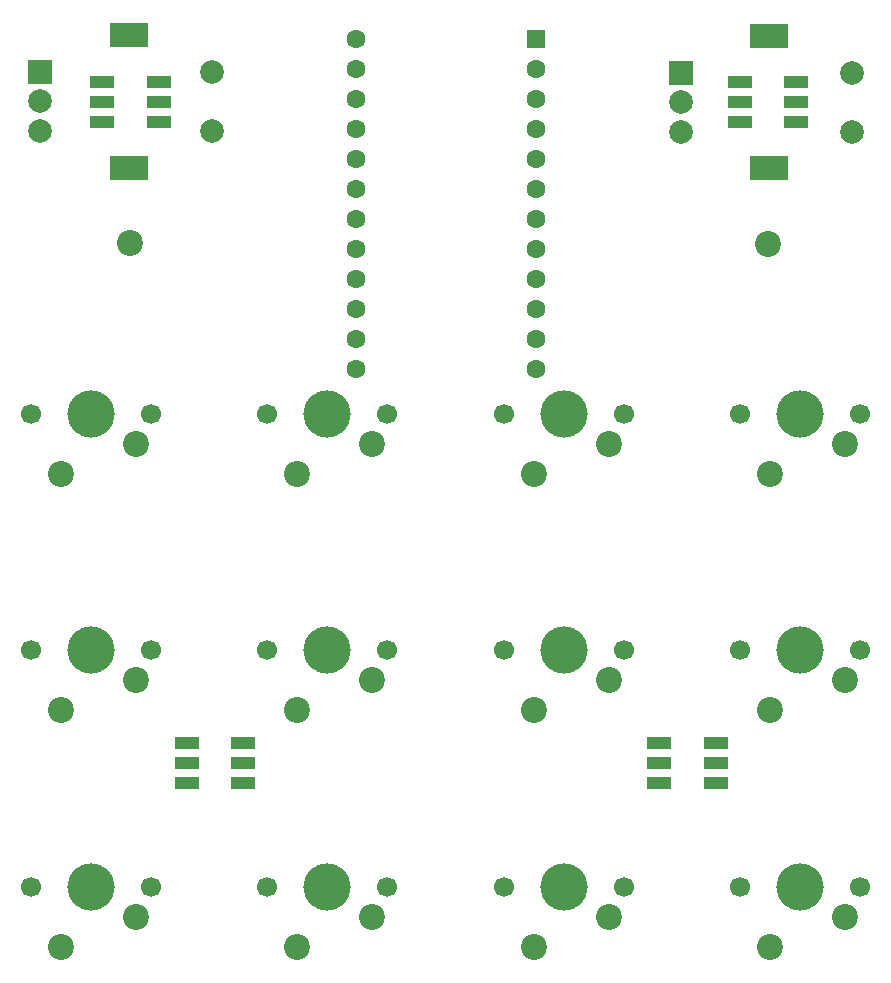
<source format=gbr>
%TF.GenerationSoftware,KiCad,Pcbnew,(6.0.10)*%
%TF.CreationDate,2023-03-17T10:19:52+01:00*%
%TF.ProjectId,MacroBoard_16keys,4d616372-6f42-46f6-9172-645f31366b65,rev?*%
%TF.SameCoordinates,Original*%
%TF.FileFunction,Soldermask,Bot*%
%TF.FilePolarity,Negative*%
%FSLAX46Y46*%
G04 Gerber Fmt 4.6, Leading zero omitted, Abs format (unit mm)*
G04 Created by KiCad (PCBNEW (6.0.10)) date 2023-03-17 10:19:52*
%MOMM*%
%LPD*%
G01*
G04 APERTURE LIST*
%ADD10C,2.200000*%
%ADD11C,4.000000*%
%ADD12C,1.700000*%
%ADD13C,2.000000*%
%ADD14R,3.200000X2.000000*%
%ADD15R,2.000000X2.000000*%
%ADD16R,2.000000X1.100000*%
%ADD17R,1.600000X1.600000*%
%ADD18C,1.600000*%
G04 APERTURE END LIST*
D10*
%TO.C,SW10*%
X153410000Y-76140000D03*
X147060000Y-78680000D03*
D11*
X149600000Y-73600000D03*
D12*
X154680000Y-73600000D03*
X144520000Y-73600000D03*
%TD*%
D10*
%TO.C,REF\u002A\u002A*%
X166900000Y-59200000D03*
%TD*%
D12*
%TO.C,SW6*%
X124520000Y-73600000D03*
X134680000Y-73600000D03*
D11*
X129600000Y-73600000D03*
D10*
X127060000Y-78680000D03*
X133410000Y-76140000D03*
%TD*%
D12*
%TO.C,SW16*%
X164520000Y-113600000D03*
D11*
X169600000Y-113600000D03*
D12*
X174680000Y-113600000D03*
D10*
X167060000Y-118680000D03*
X173410000Y-116140000D03*
%TD*%
D11*
%TO.C,SW7*%
X129600000Y-93600000D03*
D12*
X134680000Y-93600000D03*
X124520000Y-93600000D03*
D10*
X127060000Y-98680000D03*
X133410000Y-96140000D03*
%TD*%
%TO.C,SW4*%
X113410000Y-116140000D03*
X107060000Y-118680000D03*
D11*
X109600000Y-113600000D03*
D12*
X114680000Y-113600000D03*
X104520000Y-113600000D03*
%TD*%
D13*
%TO.C,SW1*%
X119800000Y-44620000D03*
X119800000Y-49620000D03*
D14*
X112800000Y-52720000D03*
X112800000Y-41520000D03*
D13*
X105300000Y-47120000D03*
X105300000Y-49620000D03*
D15*
X105300000Y-44620000D03*
%TD*%
D12*
%TO.C,SW15*%
X164520000Y-93600000D03*
X174680000Y-93600000D03*
D11*
X169600000Y-93600000D03*
D10*
X167060000Y-98680000D03*
X173410000Y-96140000D03*
%TD*%
D12*
%TO.C,SW14*%
X164520000Y-73600000D03*
D11*
X169600000Y-73600000D03*
D12*
X174680000Y-73600000D03*
D10*
X167060000Y-78680000D03*
X173410000Y-76140000D03*
%TD*%
D12*
%TO.C,SW8*%
X134680000Y-113600000D03*
X124520000Y-113600000D03*
D11*
X129600000Y-113600000D03*
D10*
X127060000Y-118680000D03*
X133410000Y-116140000D03*
%TD*%
D15*
%TO.C,SW5*%
X159500000Y-44700000D03*
D13*
X159500000Y-49700000D03*
X159500000Y-47200000D03*
D14*
X167000000Y-41600000D03*
X167000000Y-52800000D03*
D13*
X174000000Y-49700000D03*
X174000000Y-44700000D03*
%TD*%
D12*
%TO.C,SW2*%
X104520000Y-73600000D03*
X114680000Y-73600000D03*
D11*
X109600000Y-73600000D03*
D10*
X107060000Y-78680000D03*
X113410000Y-76140000D03*
%TD*%
D11*
%TO.C,SW12*%
X149600000Y-113600000D03*
D12*
X154680000Y-113600000D03*
X144520000Y-113600000D03*
D10*
X147060000Y-118680000D03*
X153410000Y-116140000D03*
%TD*%
%TO.C,SW11*%
X153410000Y-96140000D03*
X147060000Y-98680000D03*
D12*
X144520000Y-93600000D03*
D11*
X149600000Y-93600000D03*
D12*
X154680000Y-93600000D03*
%TD*%
D11*
%TO.C,SW3*%
X109600000Y-93600000D03*
D12*
X104520000Y-93600000D03*
X114680000Y-93600000D03*
D10*
X107060000Y-98680000D03*
X113410000Y-96140000D03*
%TD*%
%TO.C,REF\u002A\u002A*%
X112900000Y-59150000D03*
%TD*%
D16*
%TO.C,D1*%
X169300000Y-45500000D03*
X169300000Y-47200000D03*
X169300000Y-48900000D03*
X164500000Y-48900000D03*
X164500000Y-47200000D03*
X164500000Y-45500000D03*
%TD*%
%TO.C,D2*%
X162475000Y-101425000D03*
X162475000Y-103125000D03*
X162475000Y-104825000D03*
X157675000Y-104825000D03*
X157675000Y-103125000D03*
X157675000Y-101425000D03*
%TD*%
%TO.C,D3*%
X122475000Y-101425000D03*
X122475000Y-103125000D03*
X122475000Y-104825000D03*
X117675000Y-104825000D03*
X117675000Y-103125000D03*
X117675000Y-101425000D03*
%TD*%
D17*
%TO.C,U1*%
X147220000Y-41830000D03*
D18*
X147220000Y-44370000D03*
X147220000Y-46910000D03*
X147220000Y-49450000D03*
X147220000Y-51990000D03*
X147220000Y-54530000D03*
X147220000Y-57070000D03*
X147220000Y-59610000D03*
X147220000Y-62150000D03*
X147220000Y-64690000D03*
X147220000Y-67230000D03*
X147220000Y-69770000D03*
X131980000Y-69770000D03*
X131980000Y-67230000D03*
X131980000Y-64690000D03*
X131980000Y-62150000D03*
X131980000Y-59610000D03*
X131980000Y-57070000D03*
X131980000Y-54530000D03*
X131980000Y-51990000D03*
X131980000Y-49450000D03*
X131980000Y-46910000D03*
X131980000Y-44370000D03*
X131980000Y-41830000D03*
%TD*%
D16*
%TO.C,D4*%
X115300000Y-45450000D03*
X115300000Y-47150000D03*
X115300000Y-48850000D03*
X110500000Y-48850000D03*
X110500000Y-47150000D03*
X110500000Y-45450000D03*
%TD*%
M02*

</source>
